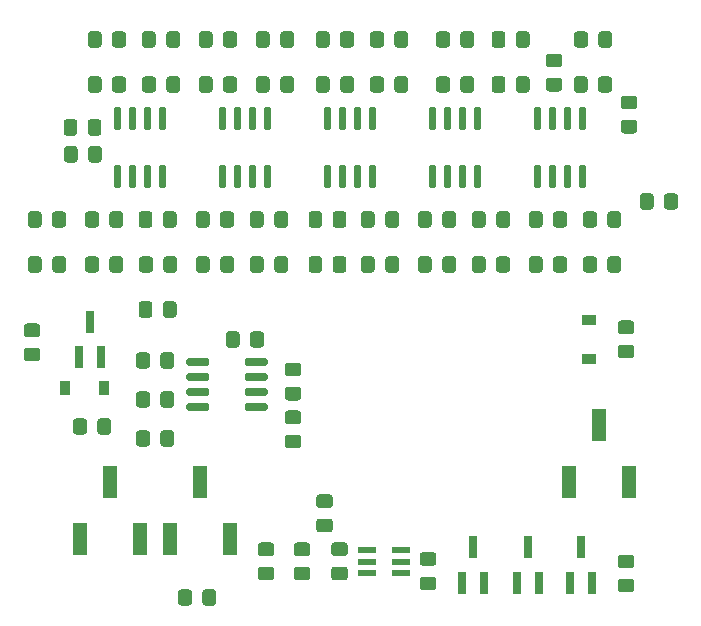
<source format=gbr>
G04 #@! TF.GenerationSoftware,KiCad,Pcbnew,5.1.6-c6e7f7d~87~ubuntu18.04.1*
G04 #@! TF.CreationDate,2020-07-17T09:27:03-04:00*
G04 #@! TF.ProjectId,optical_phasor_plug_in_board,6f707469-6361-46c5-9f70-6861736f725f,1.1*
G04 #@! TF.SameCoordinates,Original*
G04 #@! TF.FileFunction,Paste,Top*
G04 #@! TF.FilePolarity,Positive*
%FSLAX46Y46*%
G04 Gerber Fmt 4.6, Leading zero omitted, Abs format (unit mm)*
G04 Created by KiCad (PCBNEW 5.1.6-c6e7f7d~87~ubuntu18.04.1) date 2020-07-17 09:27:03*
%MOMM*%
%LPD*%
G01*
G04 APERTURE LIST*
%ADD10R,1.500000X0.550000*%
%ADD11R,0.800000X1.900000*%
%ADD12R,1.190000X2.790000*%
%ADD13R,0.900000X1.200000*%
%ADD14R,1.200000X0.900000*%
G04 APERTURE END LIST*
D10*
X147464000Y-113472000D03*
X147464000Y-112522000D03*
X147464000Y-111572000D03*
X150364000Y-111572000D03*
X150364000Y-112522000D03*
X150364000Y-113472000D03*
D11*
X165608000Y-111300000D03*
X166558000Y-114300000D03*
X164658000Y-114300000D03*
X161102000Y-111300000D03*
X162052000Y-114300000D03*
X160152000Y-114300000D03*
X156464000Y-111300000D03*
X157414000Y-114300000D03*
X155514000Y-114300000D03*
X124018000Y-92210000D03*
X124968000Y-95210000D03*
X123068000Y-95210000D03*
D12*
X169672000Y-105793000D03*
X167132000Y-100963000D03*
X164592000Y-105793000D03*
G36*
G01*
X165585000Y-78970000D02*
X165885000Y-78970000D01*
G75*
G02*
X166035000Y-79120000I0J-150000D01*
G01*
X166035000Y-80770000D01*
G75*
G02*
X165885000Y-80920000I-150000J0D01*
G01*
X165585000Y-80920000D01*
G75*
G02*
X165435000Y-80770000I0J150000D01*
G01*
X165435000Y-79120000D01*
G75*
G02*
X165585000Y-78970000I150000J0D01*
G01*
G37*
G36*
G01*
X164315000Y-78970000D02*
X164615000Y-78970000D01*
G75*
G02*
X164765000Y-79120000I0J-150000D01*
G01*
X164765000Y-80770000D01*
G75*
G02*
X164615000Y-80920000I-150000J0D01*
G01*
X164315000Y-80920000D01*
G75*
G02*
X164165000Y-80770000I0J150000D01*
G01*
X164165000Y-79120000D01*
G75*
G02*
X164315000Y-78970000I150000J0D01*
G01*
G37*
G36*
G01*
X163045000Y-78970000D02*
X163345000Y-78970000D01*
G75*
G02*
X163495000Y-79120000I0J-150000D01*
G01*
X163495000Y-80770000D01*
G75*
G02*
X163345000Y-80920000I-150000J0D01*
G01*
X163045000Y-80920000D01*
G75*
G02*
X162895000Y-80770000I0J150000D01*
G01*
X162895000Y-79120000D01*
G75*
G02*
X163045000Y-78970000I150000J0D01*
G01*
G37*
G36*
G01*
X161775000Y-78970000D02*
X162075000Y-78970000D01*
G75*
G02*
X162225000Y-79120000I0J-150000D01*
G01*
X162225000Y-80770000D01*
G75*
G02*
X162075000Y-80920000I-150000J0D01*
G01*
X161775000Y-80920000D01*
G75*
G02*
X161625000Y-80770000I0J150000D01*
G01*
X161625000Y-79120000D01*
G75*
G02*
X161775000Y-78970000I150000J0D01*
G01*
G37*
G36*
G01*
X161775000Y-74020000D02*
X162075000Y-74020000D01*
G75*
G02*
X162225000Y-74170000I0J-150000D01*
G01*
X162225000Y-75820000D01*
G75*
G02*
X162075000Y-75970000I-150000J0D01*
G01*
X161775000Y-75970000D01*
G75*
G02*
X161625000Y-75820000I0J150000D01*
G01*
X161625000Y-74170000D01*
G75*
G02*
X161775000Y-74020000I150000J0D01*
G01*
G37*
G36*
G01*
X163045000Y-74020000D02*
X163345000Y-74020000D01*
G75*
G02*
X163495000Y-74170000I0J-150000D01*
G01*
X163495000Y-75820000D01*
G75*
G02*
X163345000Y-75970000I-150000J0D01*
G01*
X163045000Y-75970000D01*
G75*
G02*
X162895000Y-75820000I0J150000D01*
G01*
X162895000Y-74170000D01*
G75*
G02*
X163045000Y-74020000I150000J0D01*
G01*
G37*
G36*
G01*
X164315000Y-74020000D02*
X164615000Y-74020000D01*
G75*
G02*
X164765000Y-74170000I0J-150000D01*
G01*
X164765000Y-75820000D01*
G75*
G02*
X164615000Y-75970000I-150000J0D01*
G01*
X164315000Y-75970000D01*
G75*
G02*
X164165000Y-75820000I0J150000D01*
G01*
X164165000Y-74170000D01*
G75*
G02*
X164315000Y-74020000I150000J0D01*
G01*
G37*
G36*
G01*
X165585000Y-74020000D02*
X165885000Y-74020000D01*
G75*
G02*
X166035000Y-74170000I0J-150000D01*
G01*
X166035000Y-75820000D01*
G75*
G02*
X165885000Y-75970000I-150000J0D01*
G01*
X165585000Y-75970000D01*
G75*
G02*
X165435000Y-75820000I0J150000D01*
G01*
X165435000Y-74170000D01*
G75*
G02*
X165585000Y-74020000I150000J0D01*
G01*
G37*
X135890000Y-110619000D03*
X133350000Y-105789000D03*
X130810000Y-110619000D03*
X128270000Y-110619000D03*
X125730000Y-105789000D03*
X123190000Y-110619000D03*
G36*
G01*
X166165000Y-71685999D02*
X166165000Y-72586001D01*
G75*
G02*
X165915001Y-72836000I-249999J0D01*
G01*
X165264999Y-72836000D01*
G75*
G02*
X165015000Y-72586001I0J249999D01*
G01*
X165015000Y-71685999D01*
G75*
G02*
X165264999Y-71436000I249999J0D01*
G01*
X165915001Y-71436000D01*
G75*
G02*
X166165000Y-71685999I0J-249999D01*
G01*
G37*
G36*
G01*
X168215000Y-71685999D02*
X168215000Y-72586001D01*
G75*
G02*
X167965001Y-72836000I-249999J0D01*
G01*
X167314999Y-72836000D01*
G75*
G02*
X167065000Y-72586001I0J249999D01*
G01*
X167065000Y-71685999D01*
G75*
G02*
X167314999Y-71436000I249999J0D01*
G01*
X167965001Y-71436000D01*
G75*
G02*
X168215000Y-71685999I0J-249999D01*
G01*
G37*
G36*
G01*
X162871999Y-71579000D02*
X163772001Y-71579000D01*
G75*
G02*
X164022000Y-71828999I0J-249999D01*
G01*
X164022000Y-72479001D01*
G75*
G02*
X163772001Y-72729000I-249999J0D01*
G01*
X162871999Y-72729000D01*
G75*
G02*
X162622000Y-72479001I0J249999D01*
G01*
X162622000Y-71828999D01*
G75*
G02*
X162871999Y-71579000I249999J0D01*
G01*
G37*
G36*
G01*
X162871999Y-69529000D02*
X163772001Y-69529000D01*
G75*
G02*
X164022000Y-69778999I0J-249999D01*
G01*
X164022000Y-70429001D01*
G75*
G02*
X163772001Y-70679000I-249999J0D01*
G01*
X162871999Y-70679000D01*
G75*
G02*
X162622000Y-70429001I0J249999D01*
G01*
X162622000Y-69778999D01*
G75*
G02*
X162871999Y-69529000I249999J0D01*
G01*
G37*
G36*
G01*
X167845000Y-87826001D02*
X167845000Y-86925999D01*
G75*
G02*
X168094999Y-86676000I249999J0D01*
G01*
X168745001Y-86676000D01*
G75*
G02*
X168995000Y-86925999I0J-249999D01*
G01*
X168995000Y-87826001D01*
G75*
G02*
X168745001Y-88076000I-249999J0D01*
G01*
X168094999Y-88076000D01*
G75*
G02*
X167845000Y-87826001I0J249999D01*
G01*
G37*
G36*
G01*
X165795000Y-87826001D02*
X165795000Y-86925999D01*
G75*
G02*
X166044999Y-86676000I249999J0D01*
G01*
X166695001Y-86676000D01*
G75*
G02*
X166945000Y-86925999I0J-249999D01*
G01*
X166945000Y-87826001D01*
G75*
G02*
X166695001Y-88076000I-249999J0D01*
G01*
X166044999Y-88076000D01*
G75*
G02*
X165795000Y-87826001I0J249999D01*
G01*
G37*
G36*
G01*
X163255000Y-87826001D02*
X163255000Y-86925999D01*
G75*
G02*
X163504999Y-86676000I249999J0D01*
G01*
X164155001Y-86676000D01*
G75*
G02*
X164405000Y-86925999I0J-249999D01*
G01*
X164405000Y-87826001D01*
G75*
G02*
X164155001Y-88076000I-249999J0D01*
G01*
X163504999Y-88076000D01*
G75*
G02*
X163255000Y-87826001I0J249999D01*
G01*
G37*
G36*
G01*
X161205000Y-87826001D02*
X161205000Y-86925999D01*
G75*
G02*
X161454999Y-86676000I249999J0D01*
G01*
X162105001Y-86676000D01*
G75*
G02*
X162355000Y-86925999I0J-249999D01*
G01*
X162355000Y-87826001D01*
G75*
G02*
X162105001Y-88076000I-249999J0D01*
G01*
X161454999Y-88076000D01*
G75*
G02*
X161205000Y-87826001I0J249999D01*
G01*
G37*
G36*
G01*
X169868001Y-113088000D02*
X168967999Y-113088000D01*
G75*
G02*
X168718000Y-112838001I0J249999D01*
G01*
X168718000Y-112187999D01*
G75*
G02*
X168967999Y-111938000I249999J0D01*
G01*
X169868001Y-111938000D01*
G75*
G02*
X170118000Y-112187999I0J-249999D01*
G01*
X170118000Y-112838001D01*
G75*
G02*
X169868001Y-113088000I-249999J0D01*
G01*
G37*
G36*
G01*
X169868001Y-115138000D02*
X168967999Y-115138000D01*
G75*
G02*
X168718000Y-114888001I0J249999D01*
G01*
X168718000Y-114237999D01*
G75*
G02*
X168967999Y-113988000I249999J0D01*
G01*
X169868001Y-113988000D01*
G75*
G02*
X170118000Y-114237999I0J-249999D01*
G01*
X170118000Y-114888001D01*
G75*
G02*
X169868001Y-115138000I-249999J0D01*
G01*
G37*
G36*
G01*
X129099000Y-95053999D02*
X129099000Y-95954001D01*
G75*
G02*
X128849001Y-96204000I-249999J0D01*
G01*
X128198999Y-96204000D01*
G75*
G02*
X127949000Y-95954001I0J249999D01*
G01*
X127949000Y-95053999D01*
G75*
G02*
X128198999Y-94804000I249999J0D01*
G01*
X128849001Y-94804000D01*
G75*
G02*
X129099000Y-95053999I0J-249999D01*
G01*
G37*
G36*
G01*
X131149000Y-95053999D02*
X131149000Y-95954001D01*
G75*
G02*
X130899001Y-96204000I-249999J0D01*
G01*
X130248999Y-96204000D01*
G75*
G02*
X129999000Y-95954001I0J249999D01*
G01*
X129999000Y-95053999D01*
G75*
G02*
X130248999Y-94804000I249999J0D01*
G01*
X130899001Y-94804000D01*
G75*
G02*
X131149000Y-95053999I0J-249999D01*
G01*
G37*
G36*
G01*
X166945000Y-83115999D02*
X166945000Y-84016001D01*
G75*
G02*
X166695001Y-84266000I-249999J0D01*
G01*
X166044999Y-84266000D01*
G75*
G02*
X165795000Y-84016001I0J249999D01*
G01*
X165795000Y-83115999D01*
G75*
G02*
X166044999Y-82866000I249999J0D01*
G01*
X166695001Y-82866000D01*
G75*
G02*
X166945000Y-83115999I0J-249999D01*
G01*
G37*
G36*
G01*
X168995000Y-83115999D02*
X168995000Y-84016001D01*
G75*
G02*
X168745001Y-84266000I-249999J0D01*
G01*
X168094999Y-84266000D01*
G75*
G02*
X167845000Y-84016001I0J249999D01*
G01*
X167845000Y-83115999D01*
G75*
G02*
X168094999Y-82866000I249999J0D01*
G01*
X168745001Y-82866000D01*
G75*
G02*
X168995000Y-83115999I0J-249999D01*
G01*
G37*
G36*
G01*
X166183000Y-67875999D02*
X166183000Y-68776001D01*
G75*
G02*
X165933001Y-69026000I-249999J0D01*
G01*
X165282999Y-69026000D01*
G75*
G02*
X165033000Y-68776001I0J249999D01*
G01*
X165033000Y-67875999D01*
G75*
G02*
X165282999Y-67626000I249999J0D01*
G01*
X165933001Y-67626000D01*
G75*
G02*
X166183000Y-67875999I0J-249999D01*
G01*
G37*
G36*
G01*
X168233000Y-67875999D02*
X168233000Y-68776001D01*
G75*
G02*
X167983001Y-69026000I-249999J0D01*
G01*
X167332999Y-69026000D01*
G75*
G02*
X167083000Y-68776001I0J249999D01*
G01*
X167083000Y-67875999D01*
G75*
G02*
X167332999Y-67626000I249999J0D01*
G01*
X167983001Y-67626000D01*
G75*
G02*
X168233000Y-67875999I0J-249999D01*
G01*
G37*
G36*
G01*
X162355000Y-83115999D02*
X162355000Y-84016001D01*
G75*
G02*
X162105001Y-84266000I-249999J0D01*
G01*
X161454999Y-84266000D01*
G75*
G02*
X161205000Y-84016001I0J249999D01*
G01*
X161205000Y-83115999D01*
G75*
G02*
X161454999Y-82866000I249999J0D01*
G01*
X162105001Y-82866000D01*
G75*
G02*
X162355000Y-83115999I0J-249999D01*
G01*
G37*
G36*
G01*
X164405000Y-83115999D02*
X164405000Y-84016001D01*
G75*
G02*
X164155001Y-84266000I-249999J0D01*
G01*
X163504999Y-84266000D01*
G75*
G02*
X163255000Y-84016001I0J249999D01*
G01*
X163255000Y-83115999D01*
G75*
G02*
X163504999Y-82866000I249999J0D01*
G01*
X164155001Y-82866000D01*
G75*
G02*
X164405000Y-83115999I0J-249999D01*
G01*
G37*
G36*
G01*
X159579000Y-86925999D02*
X159579000Y-87826001D01*
G75*
G02*
X159329001Y-88076000I-249999J0D01*
G01*
X158678999Y-88076000D01*
G75*
G02*
X158429000Y-87826001I0J249999D01*
G01*
X158429000Y-86925999D01*
G75*
G02*
X158678999Y-86676000I249999J0D01*
G01*
X159329001Y-86676000D01*
G75*
G02*
X159579000Y-86925999I0J-249999D01*
G01*
G37*
G36*
G01*
X157529000Y-86925999D02*
X157529000Y-87826001D01*
G75*
G02*
X157279001Y-88076000I-249999J0D01*
G01*
X156628999Y-88076000D01*
G75*
G02*
X156379000Y-87826001I0J249999D01*
G01*
X156379000Y-86925999D01*
G75*
G02*
X156628999Y-86676000I249999J0D01*
G01*
X157279001Y-86676000D01*
G75*
G02*
X157529000Y-86925999I0J-249999D01*
G01*
G37*
G36*
G01*
X154499000Y-67875999D02*
X154499000Y-68776001D01*
G75*
G02*
X154249001Y-69026000I-249999J0D01*
G01*
X153598999Y-69026000D01*
G75*
G02*
X153349000Y-68776001I0J249999D01*
G01*
X153349000Y-67875999D01*
G75*
G02*
X153598999Y-67626000I249999J0D01*
G01*
X154249001Y-67626000D01*
G75*
G02*
X154499000Y-67875999I0J-249999D01*
G01*
G37*
G36*
G01*
X156549000Y-67875999D02*
X156549000Y-68776001D01*
G75*
G02*
X156299001Y-69026000I-249999J0D01*
G01*
X155648999Y-69026000D01*
G75*
G02*
X155399000Y-68776001I0J249999D01*
G01*
X155399000Y-67875999D01*
G75*
G02*
X155648999Y-67626000I249999J0D01*
G01*
X156299001Y-67626000D01*
G75*
G02*
X156549000Y-67875999I0J-249999D01*
G01*
G37*
G36*
G01*
X156388000Y-84016001D02*
X156388000Y-83115999D01*
G75*
G02*
X156637999Y-82866000I249999J0D01*
G01*
X157288001Y-82866000D01*
G75*
G02*
X157538000Y-83115999I0J-249999D01*
G01*
X157538000Y-84016001D01*
G75*
G02*
X157288001Y-84266000I-249999J0D01*
G01*
X156637999Y-84266000D01*
G75*
G02*
X156388000Y-84016001I0J249999D01*
G01*
G37*
G36*
G01*
X158438000Y-84016001D02*
X158438000Y-83115999D01*
G75*
G02*
X158687999Y-82866000I249999J0D01*
G01*
X159338001Y-82866000D01*
G75*
G02*
X159588000Y-83115999I0J-249999D01*
G01*
X159588000Y-84016001D01*
G75*
G02*
X159338001Y-84266000I-249999J0D01*
G01*
X158687999Y-84266000D01*
G75*
G02*
X158438000Y-84016001I0J249999D01*
G01*
G37*
G36*
G01*
X153349000Y-72586001D02*
X153349000Y-71685999D01*
G75*
G02*
X153598999Y-71436000I249999J0D01*
G01*
X154249001Y-71436000D01*
G75*
G02*
X154499000Y-71685999I0J-249999D01*
G01*
X154499000Y-72586001D01*
G75*
G02*
X154249001Y-72836000I-249999J0D01*
G01*
X153598999Y-72836000D01*
G75*
G02*
X153349000Y-72586001I0J249999D01*
G01*
G37*
G36*
G01*
X155399000Y-72586001D02*
X155399000Y-71685999D01*
G75*
G02*
X155648999Y-71436000I249999J0D01*
G01*
X156299001Y-71436000D01*
G75*
G02*
X156549000Y-71685999I0J-249999D01*
G01*
X156549000Y-72586001D01*
G75*
G02*
X156299001Y-72836000I-249999J0D01*
G01*
X155648999Y-72836000D01*
G75*
G02*
X155399000Y-72586001I0J249999D01*
G01*
G37*
G36*
G01*
X152966000Y-86925999D02*
X152966000Y-87826001D01*
G75*
G02*
X152716001Y-88076000I-249999J0D01*
G01*
X152065999Y-88076000D01*
G75*
G02*
X151816000Y-87826001I0J249999D01*
G01*
X151816000Y-86925999D01*
G75*
G02*
X152065999Y-86676000I249999J0D01*
G01*
X152716001Y-86676000D01*
G75*
G02*
X152966000Y-86925999I0J-249999D01*
G01*
G37*
G36*
G01*
X155016000Y-86925999D02*
X155016000Y-87826001D01*
G75*
G02*
X154766001Y-88076000I-249999J0D01*
G01*
X154115999Y-88076000D01*
G75*
G02*
X153866000Y-87826001I0J249999D01*
G01*
X153866000Y-86925999D01*
G75*
G02*
X154115999Y-86676000I249999J0D01*
G01*
X154766001Y-86676000D01*
G75*
G02*
X155016000Y-86925999I0J-249999D01*
G01*
G37*
G36*
G01*
X161248000Y-71685999D02*
X161248000Y-72586001D01*
G75*
G02*
X160998001Y-72836000I-249999J0D01*
G01*
X160347999Y-72836000D01*
G75*
G02*
X160098000Y-72586001I0J249999D01*
G01*
X160098000Y-71685999D01*
G75*
G02*
X160347999Y-71436000I249999J0D01*
G01*
X160998001Y-71436000D01*
G75*
G02*
X161248000Y-71685999I0J-249999D01*
G01*
G37*
G36*
G01*
X159198000Y-71685999D02*
X159198000Y-72586001D01*
G75*
G02*
X158948001Y-72836000I-249999J0D01*
G01*
X158297999Y-72836000D01*
G75*
G02*
X158048000Y-72586001I0J249999D01*
G01*
X158048000Y-71685999D01*
G75*
G02*
X158297999Y-71436000I249999J0D01*
G01*
X158948001Y-71436000D01*
G75*
G02*
X159198000Y-71685999I0J-249999D01*
G01*
G37*
G36*
G01*
X152966000Y-83115999D02*
X152966000Y-84016001D01*
G75*
G02*
X152716001Y-84266000I-249999J0D01*
G01*
X152065999Y-84266000D01*
G75*
G02*
X151816000Y-84016001I0J249999D01*
G01*
X151816000Y-83115999D01*
G75*
G02*
X152065999Y-82866000I249999J0D01*
G01*
X152716001Y-82866000D01*
G75*
G02*
X152966000Y-83115999I0J-249999D01*
G01*
G37*
G36*
G01*
X155016000Y-83115999D02*
X155016000Y-84016001D01*
G75*
G02*
X154766001Y-84266000I-249999J0D01*
G01*
X154115999Y-84266000D01*
G75*
G02*
X153866000Y-84016001I0J249999D01*
G01*
X153866000Y-83115999D01*
G75*
G02*
X154115999Y-82866000I249999J0D01*
G01*
X154766001Y-82866000D01*
G75*
G02*
X155016000Y-83115999I0J-249999D01*
G01*
G37*
G36*
G01*
X160098000Y-68776001D02*
X160098000Y-67875999D01*
G75*
G02*
X160347999Y-67626000I249999J0D01*
G01*
X160998001Y-67626000D01*
G75*
G02*
X161248000Y-67875999I0J-249999D01*
G01*
X161248000Y-68776001D01*
G75*
G02*
X160998001Y-69026000I-249999J0D01*
G01*
X160347999Y-69026000D01*
G75*
G02*
X160098000Y-68776001I0J249999D01*
G01*
G37*
G36*
G01*
X158048000Y-68776001D02*
X158048000Y-67875999D01*
G75*
G02*
X158297999Y-67626000I249999J0D01*
G01*
X158948001Y-67626000D01*
G75*
G02*
X159198000Y-67875999I0J-249999D01*
G01*
X159198000Y-68776001D01*
G75*
G02*
X158948001Y-69026000I-249999J0D01*
G01*
X158297999Y-69026000D01*
G75*
G02*
X158048000Y-68776001I0J249999D01*
G01*
G37*
G36*
G01*
X156695000Y-78970000D02*
X156995000Y-78970000D01*
G75*
G02*
X157145000Y-79120000I0J-150000D01*
G01*
X157145000Y-80770000D01*
G75*
G02*
X156995000Y-80920000I-150000J0D01*
G01*
X156695000Y-80920000D01*
G75*
G02*
X156545000Y-80770000I0J150000D01*
G01*
X156545000Y-79120000D01*
G75*
G02*
X156695000Y-78970000I150000J0D01*
G01*
G37*
G36*
G01*
X155425000Y-78970000D02*
X155725000Y-78970000D01*
G75*
G02*
X155875000Y-79120000I0J-150000D01*
G01*
X155875000Y-80770000D01*
G75*
G02*
X155725000Y-80920000I-150000J0D01*
G01*
X155425000Y-80920000D01*
G75*
G02*
X155275000Y-80770000I0J150000D01*
G01*
X155275000Y-79120000D01*
G75*
G02*
X155425000Y-78970000I150000J0D01*
G01*
G37*
G36*
G01*
X154155000Y-78970000D02*
X154455000Y-78970000D01*
G75*
G02*
X154605000Y-79120000I0J-150000D01*
G01*
X154605000Y-80770000D01*
G75*
G02*
X154455000Y-80920000I-150000J0D01*
G01*
X154155000Y-80920000D01*
G75*
G02*
X154005000Y-80770000I0J150000D01*
G01*
X154005000Y-79120000D01*
G75*
G02*
X154155000Y-78970000I150000J0D01*
G01*
G37*
G36*
G01*
X152885000Y-78970000D02*
X153185000Y-78970000D01*
G75*
G02*
X153335000Y-79120000I0J-150000D01*
G01*
X153335000Y-80770000D01*
G75*
G02*
X153185000Y-80920000I-150000J0D01*
G01*
X152885000Y-80920000D01*
G75*
G02*
X152735000Y-80770000I0J150000D01*
G01*
X152735000Y-79120000D01*
G75*
G02*
X152885000Y-78970000I150000J0D01*
G01*
G37*
G36*
G01*
X152885000Y-74020000D02*
X153185000Y-74020000D01*
G75*
G02*
X153335000Y-74170000I0J-150000D01*
G01*
X153335000Y-75820000D01*
G75*
G02*
X153185000Y-75970000I-150000J0D01*
G01*
X152885000Y-75970000D01*
G75*
G02*
X152735000Y-75820000I0J150000D01*
G01*
X152735000Y-74170000D01*
G75*
G02*
X152885000Y-74020000I150000J0D01*
G01*
G37*
G36*
G01*
X154155000Y-74020000D02*
X154455000Y-74020000D01*
G75*
G02*
X154605000Y-74170000I0J-150000D01*
G01*
X154605000Y-75820000D01*
G75*
G02*
X154455000Y-75970000I-150000J0D01*
G01*
X154155000Y-75970000D01*
G75*
G02*
X154005000Y-75820000I0J150000D01*
G01*
X154005000Y-74170000D01*
G75*
G02*
X154155000Y-74020000I150000J0D01*
G01*
G37*
G36*
G01*
X155425000Y-74020000D02*
X155725000Y-74020000D01*
G75*
G02*
X155875000Y-74170000I0J-150000D01*
G01*
X155875000Y-75820000D01*
G75*
G02*
X155725000Y-75970000I-150000J0D01*
G01*
X155425000Y-75970000D01*
G75*
G02*
X155275000Y-75820000I0J150000D01*
G01*
X155275000Y-74170000D01*
G75*
G02*
X155425000Y-74020000I150000J0D01*
G01*
G37*
G36*
G01*
X156695000Y-74020000D02*
X156995000Y-74020000D01*
G75*
G02*
X157145000Y-74170000I0J-150000D01*
G01*
X157145000Y-75820000D01*
G75*
G02*
X156995000Y-75970000I-150000J0D01*
G01*
X156695000Y-75970000D01*
G75*
G02*
X156545000Y-75820000I0J150000D01*
G01*
X156545000Y-74170000D01*
G75*
G02*
X156695000Y-74020000I150000J0D01*
G01*
G37*
G36*
G01*
X118796000Y-87826001D02*
X118796000Y-86925999D01*
G75*
G02*
X119045999Y-86676000I249999J0D01*
G01*
X119696001Y-86676000D01*
G75*
G02*
X119946000Y-86925999I0J-249999D01*
G01*
X119946000Y-87826001D01*
G75*
G02*
X119696001Y-88076000I-249999J0D01*
G01*
X119045999Y-88076000D01*
G75*
G02*
X118796000Y-87826001I0J249999D01*
G01*
G37*
G36*
G01*
X120846000Y-87826001D02*
X120846000Y-86925999D01*
G75*
G02*
X121095999Y-86676000I249999J0D01*
G01*
X121746001Y-86676000D01*
G75*
G02*
X121996000Y-86925999I0J-249999D01*
G01*
X121996000Y-87826001D01*
G75*
G02*
X121746001Y-88076000I-249999J0D01*
G01*
X121095999Y-88076000D01*
G75*
G02*
X120846000Y-87826001I0J249999D01*
G01*
G37*
G36*
G01*
X130025000Y-74020000D02*
X130325000Y-74020000D01*
G75*
G02*
X130475000Y-74170000I0J-150000D01*
G01*
X130475000Y-75820000D01*
G75*
G02*
X130325000Y-75970000I-150000J0D01*
G01*
X130025000Y-75970000D01*
G75*
G02*
X129875000Y-75820000I0J150000D01*
G01*
X129875000Y-74170000D01*
G75*
G02*
X130025000Y-74020000I150000J0D01*
G01*
G37*
G36*
G01*
X128755000Y-74020000D02*
X129055000Y-74020000D01*
G75*
G02*
X129205000Y-74170000I0J-150000D01*
G01*
X129205000Y-75820000D01*
G75*
G02*
X129055000Y-75970000I-150000J0D01*
G01*
X128755000Y-75970000D01*
G75*
G02*
X128605000Y-75820000I0J150000D01*
G01*
X128605000Y-74170000D01*
G75*
G02*
X128755000Y-74020000I150000J0D01*
G01*
G37*
G36*
G01*
X127485000Y-74020000D02*
X127785000Y-74020000D01*
G75*
G02*
X127935000Y-74170000I0J-150000D01*
G01*
X127935000Y-75820000D01*
G75*
G02*
X127785000Y-75970000I-150000J0D01*
G01*
X127485000Y-75970000D01*
G75*
G02*
X127335000Y-75820000I0J150000D01*
G01*
X127335000Y-74170000D01*
G75*
G02*
X127485000Y-74020000I150000J0D01*
G01*
G37*
G36*
G01*
X126215000Y-74020000D02*
X126515000Y-74020000D01*
G75*
G02*
X126665000Y-74170000I0J-150000D01*
G01*
X126665000Y-75820000D01*
G75*
G02*
X126515000Y-75970000I-150000J0D01*
G01*
X126215000Y-75970000D01*
G75*
G02*
X126065000Y-75820000I0J150000D01*
G01*
X126065000Y-74170000D01*
G75*
G02*
X126215000Y-74020000I150000J0D01*
G01*
G37*
G36*
G01*
X126215000Y-78970000D02*
X126515000Y-78970000D01*
G75*
G02*
X126665000Y-79120000I0J-150000D01*
G01*
X126665000Y-80770000D01*
G75*
G02*
X126515000Y-80920000I-150000J0D01*
G01*
X126215000Y-80920000D01*
G75*
G02*
X126065000Y-80770000I0J150000D01*
G01*
X126065000Y-79120000D01*
G75*
G02*
X126215000Y-78970000I150000J0D01*
G01*
G37*
G36*
G01*
X127485000Y-78970000D02*
X127785000Y-78970000D01*
G75*
G02*
X127935000Y-79120000I0J-150000D01*
G01*
X127935000Y-80770000D01*
G75*
G02*
X127785000Y-80920000I-150000J0D01*
G01*
X127485000Y-80920000D01*
G75*
G02*
X127335000Y-80770000I0J150000D01*
G01*
X127335000Y-79120000D01*
G75*
G02*
X127485000Y-78970000I150000J0D01*
G01*
G37*
G36*
G01*
X128755000Y-78970000D02*
X129055000Y-78970000D01*
G75*
G02*
X129205000Y-79120000I0J-150000D01*
G01*
X129205000Y-80770000D01*
G75*
G02*
X129055000Y-80920000I-150000J0D01*
G01*
X128755000Y-80920000D01*
G75*
G02*
X128605000Y-80770000I0J150000D01*
G01*
X128605000Y-79120000D01*
G75*
G02*
X128755000Y-78970000I150000J0D01*
G01*
G37*
G36*
G01*
X130025000Y-78970000D02*
X130325000Y-78970000D01*
G75*
G02*
X130475000Y-79120000I0J-150000D01*
G01*
X130475000Y-80770000D01*
G75*
G02*
X130325000Y-80920000I-150000J0D01*
G01*
X130025000Y-80920000D01*
G75*
G02*
X129875000Y-80770000I0J150000D01*
G01*
X129875000Y-79120000D01*
G75*
G02*
X130025000Y-78970000I150000J0D01*
G01*
G37*
G36*
G01*
X138915000Y-74020000D02*
X139215000Y-74020000D01*
G75*
G02*
X139365000Y-74170000I0J-150000D01*
G01*
X139365000Y-75820000D01*
G75*
G02*
X139215000Y-75970000I-150000J0D01*
G01*
X138915000Y-75970000D01*
G75*
G02*
X138765000Y-75820000I0J150000D01*
G01*
X138765000Y-74170000D01*
G75*
G02*
X138915000Y-74020000I150000J0D01*
G01*
G37*
G36*
G01*
X137645000Y-74020000D02*
X137945000Y-74020000D01*
G75*
G02*
X138095000Y-74170000I0J-150000D01*
G01*
X138095000Y-75820000D01*
G75*
G02*
X137945000Y-75970000I-150000J0D01*
G01*
X137645000Y-75970000D01*
G75*
G02*
X137495000Y-75820000I0J150000D01*
G01*
X137495000Y-74170000D01*
G75*
G02*
X137645000Y-74020000I150000J0D01*
G01*
G37*
G36*
G01*
X136375000Y-74020000D02*
X136675000Y-74020000D01*
G75*
G02*
X136825000Y-74170000I0J-150000D01*
G01*
X136825000Y-75820000D01*
G75*
G02*
X136675000Y-75970000I-150000J0D01*
G01*
X136375000Y-75970000D01*
G75*
G02*
X136225000Y-75820000I0J150000D01*
G01*
X136225000Y-74170000D01*
G75*
G02*
X136375000Y-74020000I150000J0D01*
G01*
G37*
G36*
G01*
X135105000Y-74020000D02*
X135405000Y-74020000D01*
G75*
G02*
X135555000Y-74170000I0J-150000D01*
G01*
X135555000Y-75820000D01*
G75*
G02*
X135405000Y-75970000I-150000J0D01*
G01*
X135105000Y-75970000D01*
G75*
G02*
X134955000Y-75820000I0J150000D01*
G01*
X134955000Y-74170000D01*
G75*
G02*
X135105000Y-74020000I150000J0D01*
G01*
G37*
G36*
G01*
X135105000Y-78970000D02*
X135405000Y-78970000D01*
G75*
G02*
X135555000Y-79120000I0J-150000D01*
G01*
X135555000Y-80770000D01*
G75*
G02*
X135405000Y-80920000I-150000J0D01*
G01*
X135105000Y-80920000D01*
G75*
G02*
X134955000Y-80770000I0J150000D01*
G01*
X134955000Y-79120000D01*
G75*
G02*
X135105000Y-78970000I150000J0D01*
G01*
G37*
G36*
G01*
X136375000Y-78970000D02*
X136675000Y-78970000D01*
G75*
G02*
X136825000Y-79120000I0J-150000D01*
G01*
X136825000Y-80770000D01*
G75*
G02*
X136675000Y-80920000I-150000J0D01*
G01*
X136375000Y-80920000D01*
G75*
G02*
X136225000Y-80770000I0J150000D01*
G01*
X136225000Y-79120000D01*
G75*
G02*
X136375000Y-78970000I150000J0D01*
G01*
G37*
G36*
G01*
X137645000Y-78970000D02*
X137945000Y-78970000D01*
G75*
G02*
X138095000Y-79120000I0J-150000D01*
G01*
X138095000Y-80770000D01*
G75*
G02*
X137945000Y-80920000I-150000J0D01*
G01*
X137645000Y-80920000D01*
G75*
G02*
X137495000Y-80770000I0J150000D01*
G01*
X137495000Y-79120000D01*
G75*
G02*
X137645000Y-78970000I150000J0D01*
G01*
G37*
G36*
G01*
X138915000Y-78970000D02*
X139215000Y-78970000D01*
G75*
G02*
X139365000Y-79120000I0J-150000D01*
G01*
X139365000Y-80770000D01*
G75*
G02*
X139215000Y-80920000I-150000J0D01*
G01*
X138915000Y-80920000D01*
G75*
G02*
X138765000Y-80770000I0J150000D01*
G01*
X138765000Y-79120000D01*
G75*
G02*
X138915000Y-78970000I150000J0D01*
G01*
G37*
G36*
G01*
X147805000Y-74020000D02*
X148105000Y-74020000D01*
G75*
G02*
X148255000Y-74170000I0J-150000D01*
G01*
X148255000Y-75820000D01*
G75*
G02*
X148105000Y-75970000I-150000J0D01*
G01*
X147805000Y-75970000D01*
G75*
G02*
X147655000Y-75820000I0J150000D01*
G01*
X147655000Y-74170000D01*
G75*
G02*
X147805000Y-74020000I150000J0D01*
G01*
G37*
G36*
G01*
X146535000Y-74020000D02*
X146835000Y-74020000D01*
G75*
G02*
X146985000Y-74170000I0J-150000D01*
G01*
X146985000Y-75820000D01*
G75*
G02*
X146835000Y-75970000I-150000J0D01*
G01*
X146535000Y-75970000D01*
G75*
G02*
X146385000Y-75820000I0J150000D01*
G01*
X146385000Y-74170000D01*
G75*
G02*
X146535000Y-74020000I150000J0D01*
G01*
G37*
G36*
G01*
X145265000Y-74020000D02*
X145565000Y-74020000D01*
G75*
G02*
X145715000Y-74170000I0J-150000D01*
G01*
X145715000Y-75820000D01*
G75*
G02*
X145565000Y-75970000I-150000J0D01*
G01*
X145265000Y-75970000D01*
G75*
G02*
X145115000Y-75820000I0J150000D01*
G01*
X145115000Y-74170000D01*
G75*
G02*
X145265000Y-74020000I150000J0D01*
G01*
G37*
G36*
G01*
X143995000Y-74020000D02*
X144295000Y-74020000D01*
G75*
G02*
X144445000Y-74170000I0J-150000D01*
G01*
X144445000Y-75820000D01*
G75*
G02*
X144295000Y-75970000I-150000J0D01*
G01*
X143995000Y-75970000D01*
G75*
G02*
X143845000Y-75820000I0J150000D01*
G01*
X143845000Y-74170000D01*
G75*
G02*
X143995000Y-74020000I150000J0D01*
G01*
G37*
G36*
G01*
X143995000Y-78970000D02*
X144295000Y-78970000D01*
G75*
G02*
X144445000Y-79120000I0J-150000D01*
G01*
X144445000Y-80770000D01*
G75*
G02*
X144295000Y-80920000I-150000J0D01*
G01*
X143995000Y-80920000D01*
G75*
G02*
X143845000Y-80770000I0J150000D01*
G01*
X143845000Y-79120000D01*
G75*
G02*
X143995000Y-78970000I150000J0D01*
G01*
G37*
G36*
G01*
X145265000Y-78970000D02*
X145565000Y-78970000D01*
G75*
G02*
X145715000Y-79120000I0J-150000D01*
G01*
X145715000Y-80770000D01*
G75*
G02*
X145565000Y-80920000I-150000J0D01*
G01*
X145265000Y-80920000D01*
G75*
G02*
X145115000Y-80770000I0J150000D01*
G01*
X145115000Y-79120000D01*
G75*
G02*
X145265000Y-78970000I150000J0D01*
G01*
G37*
G36*
G01*
X146535000Y-78970000D02*
X146835000Y-78970000D01*
G75*
G02*
X146985000Y-79120000I0J-150000D01*
G01*
X146985000Y-80770000D01*
G75*
G02*
X146835000Y-80920000I-150000J0D01*
G01*
X146535000Y-80920000D01*
G75*
G02*
X146385000Y-80770000I0J150000D01*
G01*
X146385000Y-79120000D01*
G75*
G02*
X146535000Y-78970000I150000J0D01*
G01*
G37*
G36*
G01*
X147805000Y-78970000D02*
X148105000Y-78970000D01*
G75*
G02*
X148255000Y-79120000I0J-150000D01*
G01*
X148255000Y-80770000D01*
G75*
G02*
X148105000Y-80920000I-150000J0D01*
G01*
X147805000Y-80920000D01*
G75*
G02*
X147655000Y-80770000I0J150000D01*
G01*
X147655000Y-79120000D01*
G75*
G02*
X147805000Y-78970000I150000J0D01*
G01*
G37*
G36*
G01*
X137136000Y-95781000D02*
X137136000Y-95481000D01*
G75*
G02*
X137286000Y-95331000I150000J0D01*
G01*
X138936000Y-95331000D01*
G75*
G02*
X139086000Y-95481000I0J-150000D01*
G01*
X139086000Y-95781000D01*
G75*
G02*
X138936000Y-95931000I-150000J0D01*
G01*
X137286000Y-95931000D01*
G75*
G02*
X137136000Y-95781000I0J150000D01*
G01*
G37*
G36*
G01*
X137136000Y-97051000D02*
X137136000Y-96751000D01*
G75*
G02*
X137286000Y-96601000I150000J0D01*
G01*
X138936000Y-96601000D01*
G75*
G02*
X139086000Y-96751000I0J-150000D01*
G01*
X139086000Y-97051000D01*
G75*
G02*
X138936000Y-97201000I-150000J0D01*
G01*
X137286000Y-97201000D01*
G75*
G02*
X137136000Y-97051000I0J150000D01*
G01*
G37*
G36*
G01*
X137136000Y-98321000D02*
X137136000Y-98021000D01*
G75*
G02*
X137286000Y-97871000I150000J0D01*
G01*
X138936000Y-97871000D01*
G75*
G02*
X139086000Y-98021000I0J-150000D01*
G01*
X139086000Y-98321000D01*
G75*
G02*
X138936000Y-98471000I-150000J0D01*
G01*
X137286000Y-98471000D01*
G75*
G02*
X137136000Y-98321000I0J150000D01*
G01*
G37*
G36*
G01*
X137136000Y-99591000D02*
X137136000Y-99291000D01*
G75*
G02*
X137286000Y-99141000I150000J0D01*
G01*
X138936000Y-99141000D01*
G75*
G02*
X139086000Y-99291000I0J-150000D01*
G01*
X139086000Y-99591000D01*
G75*
G02*
X138936000Y-99741000I-150000J0D01*
G01*
X137286000Y-99741000D01*
G75*
G02*
X137136000Y-99591000I0J150000D01*
G01*
G37*
G36*
G01*
X132186000Y-99591000D02*
X132186000Y-99291000D01*
G75*
G02*
X132336000Y-99141000I150000J0D01*
G01*
X133986000Y-99141000D01*
G75*
G02*
X134136000Y-99291000I0J-150000D01*
G01*
X134136000Y-99591000D01*
G75*
G02*
X133986000Y-99741000I-150000J0D01*
G01*
X132336000Y-99741000D01*
G75*
G02*
X132186000Y-99591000I0J150000D01*
G01*
G37*
G36*
G01*
X132186000Y-98321000D02*
X132186000Y-98021000D01*
G75*
G02*
X132336000Y-97871000I150000J0D01*
G01*
X133986000Y-97871000D01*
G75*
G02*
X134136000Y-98021000I0J-150000D01*
G01*
X134136000Y-98321000D01*
G75*
G02*
X133986000Y-98471000I-150000J0D01*
G01*
X132336000Y-98471000D01*
G75*
G02*
X132186000Y-98321000I0J150000D01*
G01*
G37*
G36*
G01*
X132186000Y-97051000D02*
X132186000Y-96751000D01*
G75*
G02*
X132336000Y-96601000I150000J0D01*
G01*
X133986000Y-96601000D01*
G75*
G02*
X134136000Y-96751000I0J-150000D01*
G01*
X134136000Y-97051000D01*
G75*
G02*
X133986000Y-97201000I-150000J0D01*
G01*
X132336000Y-97201000D01*
G75*
G02*
X132186000Y-97051000I0J150000D01*
G01*
G37*
G36*
G01*
X132186000Y-95781000D02*
X132186000Y-95481000D01*
G75*
G02*
X132336000Y-95331000I150000J0D01*
G01*
X133986000Y-95331000D01*
G75*
G02*
X134136000Y-95481000I0J-150000D01*
G01*
X134136000Y-95781000D01*
G75*
G02*
X133986000Y-95931000I-150000J0D01*
G01*
X132336000Y-95931000D01*
G75*
G02*
X132186000Y-95781000I0J150000D01*
G01*
G37*
G36*
G01*
X125017000Y-67875999D02*
X125017000Y-68776001D01*
G75*
G02*
X124767001Y-69026000I-249999J0D01*
G01*
X124116999Y-69026000D01*
G75*
G02*
X123867000Y-68776001I0J249999D01*
G01*
X123867000Y-67875999D01*
G75*
G02*
X124116999Y-67626000I249999J0D01*
G01*
X124767001Y-67626000D01*
G75*
G02*
X125017000Y-67875999I0J-249999D01*
G01*
G37*
G36*
G01*
X127067000Y-67875999D02*
X127067000Y-68776001D01*
G75*
G02*
X126817001Y-69026000I-249999J0D01*
G01*
X126166999Y-69026000D01*
G75*
G02*
X125917000Y-68776001I0J249999D01*
G01*
X125917000Y-67875999D01*
G75*
G02*
X126166999Y-67626000I249999J0D01*
G01*
X126817001Y-67626000D01*
G75*
G02*
X127067000Y-67875999I0J-249999D01*
G01*
G37*
G36*
G01*
X131648000Y-67875999D02*
X131648000Y-68776001D01*
G75*
G02*
X131398001Y-69026000I-249999J0D01*
G01*
X130747999Y-69026000D01*
G75*
G02*
X130498000Y-68776001I0J249999D01*
G01*
X130498000Y-67875999D01*
G75*
G02*
X130747999Y-67626000I249999J0D01*
G01*
X131398001Y-67626000D01*
G75*
G02*
X131648000Y-67875999I0J-249999D01*
G01*
G37*
G36*
G01*
X129598000Y-67875999D02*
X129598000Y-68776001D01*
G75*
G02*
X129348001Y-69026000I-249999J0D01*
G01*
X128697999Y-69026000D01*
G75*
G02*
X128448000Y-68776001I0J249999D01*
G01*
X128448000Y-67875999D01*
G75*
G02*
X128697999Y-67626000I249999J0D01*
G01*
X129348001Y-67626000D01*
G75*
G02*
X129598000Y-67875999I0J-249999D01*
G01*
G37*
G36*
G01*
X121987000Y-83115999D02*
X121987000Y-84016001D01*
G75*
G02*
X121737001Y-84266000I-249999J0D01*
G01*
X121086999Y-84266000D01*
G75*
G02*
X120837000Y-84016001I0J249999D01*
G01*
X120837000Y-83115999D01*
G75*
G02*
X121086999Y-82866000I249999J0D01*
G01*
X121737001Y-82866000D01*
G75*
G02*
X121987000Y-83115999I0J-249999D01*
G01*
G37*
G36*
G01*
X119937000Y-83115999D02*
X119937000Y-84016001D01*
G75*
G02*
X119687001Y-84266000I-249999J0D01*
G01*
X119036999Y-84266000D01*
G75*
G02*
X118787000Y-84016001I0J249999D01*
G01*
X118787000Y-83115999D01*
G75*
G02*
X119036999Y-82866000I249999J0D01*
G01*
X119687001Y-82866000D01*
G75*
G02*
X119937000Y-83115999I0J-249999D01*
G01*
G37*
G36*
G01*
X130253000Y-87826001D02*
X130253000Y-86925999D01*
G75*
G02*
X130502999Y-86676000I249999J0D01*
G01*
X131153001Y-86676000D01*
G75*
G02*
X131403000Y-86925999I0J-249999D01*
G01*
X131403000Y-87826001D01*
G75*
G02*
X131153001Y-88076000I-249999J0D01*
G01*
X130502999Y-88076000D01*
G75*
G02*
X130253000Y-87826001I0J249999D01*
G01*
G37*
G36*
G01*
X128203000Y-87826001D02*
X128203000Y-86925999D01*
G75*
G02*
X128452999Y-86676000I249999J0D01*
G01*
X129103001Y-86676000D01*
G75*
G02*
X129353000Y-86925999I0J-249999D01*
G01*
X129353000Y-87826001D01*
G75*
G02*
X129103001Y-88076000I-249999J0D01*
G01*
X128452999Y-88076000D01*
G75*
G02*
X128203000Y-87826001I0J249999D01*
G01*
G37*
G36*
G01*
X136211000Y-83115999D02*
X136211000Y-84016001D01*
G75*
G02*
X135961001Y-84266000I-249999J0D01*
G01*
X135310999Y-84266000D01*
G75*
G02*
X135061000Y-84016001I0J249999D01*
G01*
X135061000Y-83115999D01*
G75*
G02*
X135310999Y-82866000I249999J0D01*
G01*
X135961001Y-82866000D01*
G75*
G02*
X136211000Y-83115999I0J-249999D01*
G01*
G37*
G36*
G01*
X134161000Y-83115999D02*
X134161000Y-84016001D01*
G75*
G02*
X133911001Y-84266000I-249999J0D01*
G01*
X133260999Y-84266000D01*
G75*
G02*
X133011000Y-84016001I0J249999D01*
G01*
X133011000Y-83115999D01*
G75*
G02*
X133260999Y-82866000I249999J0D01*
G01*
X133911001Y-82866000D01*
G75*
G02*
X134161000Y-83115999I0J-249999D01*
G01*
G37*
G36*
G01*
X133265000Y-68776001D02*
X133265000Y-67875999D01*
G75*
G02*
X133514999Y-67626000I249999J0D01*
G01*
X134165001Y-67626000D01*
G75*
G02*
X134415000Y-67875999I0J-249999D01*
G01*
X134415000Y-68776001D01*
G75*
G02*
X134165001Y-69026000I-249999J0D01*
G01*
X133514999Y-69026000D01*
G75*
G02*
X133265000Y-68776001I0J249999D01*
G01*
G37*
G36*
G01*
X135315000Y-68776001D02*
X135315000Y-67875999D01*
G75*
G02*
X135564999Y-67626000I249999J0D01*
G01*
X136215001Y-67626000D01*
G75*
G02*
X136465000Y-67875999I0J-249999D01*
G01*
X136465000Y-68776001D01*
G75*
G02*
X136215001Y-69026000I-249999J0D01*
G01*
X135564999Y-69026000D01*
G75*
G02*
X135315000Y-68776001I0J249999D01*
G01*
G37*
G36*
G01*
X146371000Y-67875999D02*
X146371000Y-68776001D01*
G75*
G02*
X146121001Y-69026000I-249999J0D01*
G01*
X145470999Y-69026000D01*
G75*
G02*
X145221000Y-68776001I0J249999D01*
G01*
X145221000Y-67875999D01*
G75*
G02*
X145470999Y-67626000I249999J0D01*
G01*
X146121001Y-67626000D01*
G75*
G02*
X146371000Y-67875999I0J-249999D01*
G01*
G37*
G36*
G01*
X144321000Y-67875999D02*
X144321000Y-68776001D01*
G75*
G02*
X144071001Y-69026000I-249999J0D01*
G01*
X143420999Y-69026000D01*
G75*
G02*
X143171000Y-68776001I0J249999D01*
G01*
X143171000Y-67875999D01*
G75*
G02*
X143420999Y-67626000I249999J0D01*
G01*
X144071001Y-67626000D01*
G75*
G02*
X144321000Y-67875999I0J-249999D01*
G01*
G37*
G36*
G01*
X125681000Y-87826001D02*
X125681000Y-86925999D01*
G75*
G02*
X125930999Y-86676000I249999J0D01*
G01*
X126581001Y-86676000D01*
G75*
G02*
X126831000Y-86925999I0J-249999D01*
G01*
X126831000Y-87826001D01*
G75*
G02*
X126581001Y-88076000I-249999J0D01*
G01*
X125930999Y-88076000D01*
G75*
G02*
X125681000Y-87826001I0J249999D01*
G01*
G37*
G36*
G01*
X123631000Y-87826001D02*
X123631000Y-86925999D01*
G75*
G02*
X123880999Y-86676000I249999J0D01*
G01*
X124531001Y-86676000D01*
G75*
G02*
X124781000Y-86925999I0J-249999D01*
G01*
X124781000Y-87826001D01*
G75*
G02*
X124531001Y-88076000I-249999J0D01*
G01*
X123880999Y-88076000D01*
G75*
G02*
X123631000Y-87826001I0J249999D01*
G01*
G37*
G36*
G01*
X145736000Y-86925999D02*
X145736000Y-87826001D01*
G75*
G02*
X145486001Y-88076000I-249999J0D01*
G01*
X144835999Y-88076000D01*
G75*
G02*
X144586000Y-87826001I0J249999D01*
G01*
X144586000Y-86925999D01*
G75*
G02*
X144835999Y-86676000I249999J0D01*
G01*
X145486001Y-86676000D01*
G75*
G02*
X145736000Y-86925999I0J-249999D01*
G01*
G37*
G36*
G01*
X143686000Y-86925999D02*
X143686000Y-87826001D01*
G75*
G02*
X143436001Y-88076000I-249999J0D01*
G01*
X142785999Y-88076000D01*
G75*
G02*
X142536000Y-87826001I0J249999D01*
G01*
X142536000Y-86925999D01*
G75*
G02*
X142785999Y-86676000I249999J0D01*
G01*
X143436001Y-86676000D01*
G75*
G02*
X143686000Y-86925999I0J-249999D01*
G01*
G37*
G36*
G01*
X123867000Y-72586001D02*
X123867000Y-71685999D01*
G75*
G02*
X124116999Y-71436000I249999J0D01*
G01*
X124767001Y-71436000D01*
G75*
G02*
X125017000Y-71685999I0J-249999D01*
G01*
X125017000Y-72586001D01*
G75*
G02*
X124767001Y-72836000I-249999J0D01*
G01*
X124116999Y-72836000D01*
G75*
G02*
X123867000Y-72586001I0J249999D01*
G01*
G37*
G36*
G01*
X125917000Y-72586001D02*
X125917000Y-71685999D01*
G75*
G02*
X126166999Y-71436000I249999J0D01*
G01*
X126817001Y-71436000D01*
G75*
G02*
X127067000Y-71685999I0J-249999D01*
G01*
X127067000Y-72586001D01*
G75*
G02*
X126817001Y-72836000I-249999J0D01*
G01*
X126166999Y-72836000D01*
G75*
G02*
X125917000Y-72586001I0J249999D01*
G01*
G37*
G36*
G01*
X129607000Y-71685999D02*
X129607000Y-72586001D01*
G75*
G02*
X129357001Y-72836000I-249999J0D01*
G01*
X128706999Y-72836000D01*
G75*
G02*
X128457000Y-72586001I0J249999D01*
G01*
X128457000Y-71685999D01*
G75*
G02*
X128706999Y-71436000I249999J0D01*
G01*
X129357001Y-71436000D01*
G75*
G02*
X129607000Y-71685999I0J-249999D01*
G01*
G37*
G36*
G01*
X131657000Y-71685999D02*
X131657000Y-72586001D01*
G75*
G02*
X131407001Y-72836000I-249999J0D01*
G01*
X130756999Y-72836000D01*
G75*
G02*
X130507000Y-72586001I0J249999D01*
G01*
X130507000Y-71685999D01*
G75*
G02*
X130756999Y-71436000I249999J0D01*
G01*
X131407001Y-71436000D01*
G75*
G02*
X131657000Y-71685999I0J-249999D01*
G01*
G37*
G36*
G01*
X128163000Y-91636001D02*
X128163000Y-90735999D01*
G75*
G02*
X128412999Y-90486000I249999J0D01*
G01*
X129063001Y-90486000D01*
G75*
G02*
X129313000Y-90735999I0J-249999D01*
G01*
X129313000Y-91636001D01*
G75*
G02*
X129063001Y-91886000I-249999J0D01*
G01*
X128412999Y-91886000D01*
G75*
G02*
X128163000Y-91636001I0J249999D01*
G01*
G37*
G36*
G01*
X130213000Y-91636001D02*
X130213000Y-90735999D01*
G75*
G02*
X130462999Y-90486000I249999J0D01*
G01*
X131113001Y-90486000D01*
G75*
G02*
X131363000Y-90735999I0J-249999D01*
G01*
X131363000Y-91636001D01*
G75*
G02*
X131113001Y-91886000I-249999J0D01*
G01*
X130462999Y-91886000D01*
G75*
G02*
X130213000Y-91636001I0J249999D01*
G01*
G37*
G36*
G01*
X126831000Y-83115999D02*
X126831000Y-84016001D01*
G75*
G02*
X126581001Y-84266000I-249999J0D01*
G01*
X125930999Y-84266000D01*
G75*
G02*
X125681000Y-84016001I0J249999D01*
G01*
X125681000Y-83115999D01*
G75*
G02*
X125930999Y-82866000I249999J0D01*
G01*
X126581001Y-82866000D01*
G75*
G02*
X126831000Y-83115999I0J-249999D01*
G01*
G37*
G36*
G01*
X124781000Y-83115999D02*
X124781000Y-84016001D01*
G75*
G02*
X124531001Y-84266000I-249999J0D01*
G01*
X123880999Y-84266000D01*
G75*
G02*
X123631000Y-84016001I0J249999D01*
G01*
X123631000Y-83115999D01*
G75*
G02*
X123880999Y-82866000I249999J0D01*
G01*
X124531001Y-82866000D01*
G75*
G02*
X124781000Y-83115999I0J-249999D01*
G01*
G37*
G36*
G01*
X129313000Y-83115999D02*
X129313000Y-84016001D01*
G75*
G02*
X129063001Y-84266000I-249999J0D01*
G01*
X128412999Y-84266000D01*
G75*
G02*
X128163000Y-84016001I0J249999D01*
G01*
X128163000Y-83115999D01*
G75*
G02*
X128412999Y-82866000I249999J0D01*
G01*
X129063001Y-82866000D01*
G75*
G02*
X129313000Y-83115999I0J-249999D01*
G01*
G37*
G36*
G01*
X131363000Y-83115999D02*
X131363000Y-84016001D01*
G75*
G02*
X131113001Y-84266000I-249999J0D01*
G01*
X130462999Y-84266000D01*
G75*
G02*
X130213000Y-84016001I0J249999D01*
G01*
X130213000Y-83115999D01*
G75*
G02*
X130462999Y-82866000I249999J0D01*
G01*
X131113001Y-82866000D01*
G75*
G02*
X131363000Y-83115999I0J-249999D01*
G01*
G37*
G36*
G01*
X136220000Y-86925999D02*
X136220000Y-87826001D01*
G75*
G02*
X135970001Y-88076000I-249999J0D01*
G01*
X135319999Y-88076000D01*
G75*
G02*
X135070000Y-87826001I0J249999D01*
G01*
X135070000Y-86925999D01*
G75*
G02*
X135319999Y-86676000I249999J0D01*
G01*
X135970001Y-86676000D01*
G75*
G02*
X136220000Y-86925999I0J-249999D01*
G01*
G37*
G36*
G01*
X134170000Y-86925999D02*
X134170000Y-87826001D01*
G75*
G02*
X133920001Y-88076000I-249999J0D01*
G01*
X133269999Y-88076000D01*
G75*
G02*
X133020000Y-87826001I0J249999D01*
G01*
X133020000Y-86925999D01*
G75*
G02*
X133269999Y-86676000I249999J0D01*
G01*
X133920001Y-86676000D01*
G75*
G02*
X134170000Y-86925999I0J-249999D01*
G01*
G37*
G36*
G01*
X137592000Y-84016001D02*
X137592000Y-83115999D01*
G75*
G02*
X137841999Y-82866000I249999J0D01*
G01*
X138492001Y-82866000D01*
G75*
G02*
X138742000Y-83115999I0J-249999D01*
G01*
X138742000Y-84016001D01*
G75*
G02*
X138492001Y-84266000I-249999J0D01*
G01*
X137841999Y-84266000D01*
G75*
G02*
X137592000Y-84016001I0J249999D01*
G01*
G37*
G36*
G01*
X139642000Y-84016001D02*
X139642000Y-83115999D01*
G75*
G02*
X139891999Y-82866000I249999J0D01*
G01*
X140542001Y-82866000D01*
G75*
G02*
X140792000Y-83115999I0J-249999D01*
G01*
X140792000Y-84016001D01*
G75*
G02*
X140542001Y-84266000I-249999J0D01*
G01*
X139891999Y-84266000D01*
G75*
G02*
X139642000Y-84016001I0J249999D01*
G01*
G37*
G36*
G01*
X138742000Y-86925999D02*
X138742000Y-87826001D01*
G75*
G02*
X138492001Y-88076000I-249999J0D01*
G01*
X137841999Y-88076000D01*
G75*
G02*
X137592000Y-87826001I0J249999D01*
G01*
X137592000Y-86925999D01*
G75*
G02*
X137841999Y-86676000I249999J0D01*
G01*
X138492001Y-86676000D01*
G75*
G02*
X138742000Y-86925999I0J-249999D01*
G01*
G37*
G36*
G01*
X140792000Y-86925999D02*
X140792000Y-87826001D01*
G75*
G02*
X140542001Y-88076000I-249999J0D01*
G01*
X139891999Y-88076000D01*
G75*
G02*
X139642000Y-87826001I0J249999D01*
G01*
X139642000Y-86925999D01*
G75*
G02*
X139891999Y-86676000I249999J0D01*
G01*
X140542001Y-86676000D01*
G75*
G02*
X140792000Y-86925999I0J-249999D01*
G01*
G37*
G36*
G01*
X129099000Y-98355999D02*
X129099000Y-99256001D01*
G75*
G02*
X128849001Y-99506000I-249999J0D01*
G01*
X128198999Y-99506000D01*
G75*
G02*
X127949000Y-99256001I0J249999D01*
G01*
X127949000Y-98355999D01*
G75*
G02*
X128198999Y-98106000I249999J0D01*
G01*
X128849001Y-98106000D01*
G75*
G02*
X129099000Y-98355999I0J-249999D01*
G01*
G37*
G36*
G01*
X131149000Y-98355999D02*
X131149000Y-99256001D01*
G75*
G02*
X130899001Y-99506000I-249999J0D01*
G01*
X130248999Y-99506000D01*
G75*
G02*
X129999000Y-99256001I0J249999D01*
G01*
X129999000Y-98355999D01*
G75*
G02*
X130248999Y-98106000I249999J0D01*
G01*
X130899001Y-98106000D01*
G75*
G02*
X131149000Y-98355999I0J-249999D01*
G01*
G37*
G36*
G01*
X131149000Y-101657999D02*
X131149000Y-102558001D01*
G75*
G02*
X130899001Y-102808000I-249999J0D01*
G01*
X130248999Y-102808000D01*
G75*
G02*
X129999000Y-102558001I0J249999D01*
G01*
X129999000Y-101657999D01*
G75*
G02*
X130248999Y-101408000I249999J0D01*
G01*
X130899001Y-101408000D01*
G75*
G02*
X131149000Y-101657999I0J-249999D01*
G01*
G37*
G36*
G01*
X129099000Y-101657999D02*
X129099000Y-102558001D01*
G75*
G02*
X128849001Y-102808000I-249999J0D01*
G01*
X128198999Y-102808000D01*
G75*
G02*
X127949000Y-102558001I0J249999D01*
G01*
X127949000Y-101657999D01*
G75*
G02*
X128198999Y-101408000I249999J0D01*
G01*
X128849001Y-101408000D01*
G75*
G02*
X129099000Y-101657999I0J-249999D01*
G01*
G37*
G36*
G01*
X124665000Y-101542001D02*
X124665000Y-100641999D01*
G75*
G02*
X124914999Y-100392000I249999J0D01*
G01*
X125565001Y-100392000D01*
G75*
G02*
X125815000Y-100641999I0J-249999D01*
G01*
X125815000Y-101542001D01*
G75*
G02*
X125565001Y-101792000I-249999J0D01*
G01*
X124914999Y-101792000D01*
G75*
G02*
X124665000Y-101542001I0J249999D01*
G01*
G37*
G36*
G01*
X122615000Y-101542001D02*
X122615000Y-100641999D01*
G75*
G02*
X122864999Y-100392000I249999J0D01*
G01*
X123515001Y-100392000D01*
G75*
G02*
X123765000Y-100641999I0J-249999D01*
G01*
X123765000Y-101542001D01*
G75*
G02*
X123515001Y-101792000I-249999J0D01*
G01*
X122864999Y-101792000D01*
G75*
G02*
X122615000Y-101542001I0J249999D01*
G01*
G37*
G36*
G01*
X119576001Y-95571000D02*
X118675999Y-95571000D01*
G75*
G02*
X118426000Y-95321001I0J249999D01*
G01*
X118426000Y-94670999D01*
G75*
G02*
X118675999Y-94421000I249999J0D01*
G01*
X119576001Y-94421000D01*
G75*
G02*
X119826000Y-94670999I0J-249999D01*
G01*
X119826000Y-95321001D01*
G75*
G02*
X119576001Y-95571000I-249999J0D01*
G01*
G37*
G36*
G01*
X119576001Y-93521000D02*
X118675999Y-93521000D01*
G75*
G02*
X118426000Y-93271001I0J249999D01*
G01*
X118426000Y-92620999D01*
G75*
G02*
X118675999Y-92371000I249999J0D01*
G01*
X119576001Y-92371000D01*
G75*
G02*
X119826000Y-92620999I0J-249999D01*
G01*
X119826000Y-93271001D01*
G75*
G02*
X119576001Y-93521000I-249999J0D01*
G01*
G37*
G36*
G01*
X140150000Y-68776001D02*
X140150000Y-67875999D01*
G75*
G02*
X140399999Y-67626000I249999J0D01*
G01*
X141050001Y-67626000D01*
G75*
G02*
X141300000Y-67875999I0J-249999D01*
G01*
X141300000Y-68776001D01*
G75*
G02*
X141050001Y-69026000I-249999J0D01*
G01*
X140399999Y-69026000D01*
G75*
G02*
X140150000Y-68776001I0J249999D01*
G01*
G37*
G36*
G01*
X138100000Y-68776001D02*
X138100000Y-67875999D01*
G75*
G02*
X138349999Y-67626000I249999J0D01*
G01*
X139000001Y-67626000D01*
G75*
G02*
X139250000Y-67875999I0J-249999D01*
G01*
X139250000Y-68776001D01*
G75*
G02*
X139000001Y-69026000I-249999J0D01*
G01*
X138349999Y-69026000D01*
G75*
G02*
X138100000Y-68776001I0J249999D01*
G01*
G37*
G36*
G01*
X135315000Y-72586001D02*
X135315000Y-71685999D01*
G75*
G02*
X135564999Y-71436000I249999J0D01*
G01*
X136215001Y-71436000D01*
G75*
G02*
X136465000Y-71685999I0J-249999D01*
G01*
X136465000Y-72586001D01*
G75*
G02*
X136215001Y-72836000I-249999J0D01*
G01*
X135564999Y-72836000D01*
G75*
G02*
X135315000Y-72586001I0J249999D01*
G01*
G37*
G36*
G01*
X133265000Y-72586001D02*
X133265000Y-71685999D01*
G75*
G02*
X133514999Y-71436000I249999J0D01*
G01*
X134165001Y-71436000D01*
G75*
G02*
X134415000Y-71685999I0J-249999D01*
G01*
X134415000Y-72586001D01*
G75*
G02*
X134165001Y-72836000I-249999J0D01*
G01*
X133514999Y-72836000D01*
G75*
G02*
X133265000Y-72586001I0J249999D01*
G01*
G37*
G36*
G01*
X141300000Y-71685999D02*
X141300000Y-72586001D01*
G75*
G02*
X141050001Y-72836000I-249999J0D01*
G01*
X140399999Y-72836000D01*
G75*
G02*
X140150000Y-72586001I0J249999D01*
G01*
X140150000Y-71685999D01*
G75*
G02*
X140399999Y-71436000I249999J0D01*
G01*
X141050001Y-71436000D01*
G75*
G02*
X141300000Y-71685999I0J-249999D01*
G01*
G37*
G36*
G01*
X139250000Y-71685999D02*
X139250000Y-72586001D01*
G75*
G02*
X139000001Y-72836000I-249999J0D01*
G01*
X138349999Y-72836000D01*
G75*
G02*
X138100000Y-72586001I0J249999D01*
G01*
X138100000Y-71685999D01*
G75*
G02*
X138349999Y-71436000I249999J0D01*
G01*
X139000001Y-71436000D01*
G75*
G02*
X139250000Y-71685999I0J-249999D01*
G01*
G37*
G36*
G01*
X149811000Y-68776001D02*
X149811000Y-67875999D01*
G75*
G02*
X150060999Y-67626000I249999J0D01*
G01*
X150711001Y-67626000D01*
G75*
G02*
X150961000Y-67875999I0J-249999D01*
G01*
X150961000Y-68776001D01*
G75*
G02*
X150711001Y-69026000I-249999J0D01*
G01*
X150060999Y-69026000D01*
G75*
G02*
X149811000Y-68776001I0J249999D01*
G01*
G37*
G36*
G01*
X147761000Y-68776001D02*
X147761000Y-67875999D01*
G75*
G02*
X148010999Y-67626000I249999J0D01*
G01*
X148661001Y-67626000D01*
G75*
G02*
X148911000Y-67875999I0J-249999D01*
G01*
X148911000Y-68776001D01*
G75*
G02*
X148661001Y-69026000I-249999J0D01*
G01*
X148010999Y-69026000D01*
G75*
G02*
X147761000Y-68776001I0J249999D01*
G01*
G37*
G36*
G01*
X145230000Y-72586001D02*
X145230000Y-71685999D01*
G75*
G02*
X145479999Y-71436000I249999J0D01*
G01*
X146130001Y-71436000D01*
G75*
G02*
X146380000Y-71685999I0J-249999D01*
G01*
X146380000Y-72586001D01*
G75*
G02*
X146130001Y-72836000I-249999J0D01*
G01*
X145479999Y-72836000D01*
G75*
G02*
X145230000Y-72586001I0J249999D01*
G01*
G37*
G36*
G01*
X143180000Y-72586001D02*
X143180000Y-71685999D01*
G75*
G02*
X143429999Y-71436000I249999J0D01*
G01*
X144080001Y-71436000D01*
G75*
G02*
X144330000Y-71685999I0J-249999D01*
G01*
X144330000Y-72586001D01*
G75*
G02*
X144080001Y-72836000I-249999J0D01*
G01*
X143429999Y-72836000D01*
G75*
G02*
X143180000Y-72586001I0J249999D01*
G01*
G37*
G36*
G01*
X148911000Y-71685999D02*
X148911000Y-72586001D01*
G75*
G02*
X148661001Y-72836000I-249999J0D01*
G01*
X148010999Y-72836000D01*
G75*
G02*
X147761000Y-72586001I0J249999D01*
G01*
X147761000Y-71685999D01*
G75*
G02*
X148010999Y-71436000I249999J0D01*
G01*
X148661001Y-71436000D01*
G75*
G02*
X148911000Y-71685999I0J-249999D01*
G01*
G37*
G36*
G01*
X150961000Y-71685999D02*
X150961000Y-72586001D01*
G75*
G02*
X150711001Y-72836000I-249999J0D01*
G01*
X150060999Y-72836000D01*
G75*
G02*
X149811000Y-72586001I0J249999D01*
G01*
X149811000Y-71685999D01*
G75*
G02*
X150060999Y-71436000I249999J0D01*
G01*
X150711001Y-71436000D01*
G75*
G02*
X150961000Y-71685999I0J-249999D01*
G01*
G37*
G36*
G01*
X149040000Y-87826001D02*
X149040000Y-86925999D01*
G75*
G02*
X149289999Y-86676000I249999J0D01*
G01*
X149940001Y-86676000D01*
G75*
G02*
X150190000Y-86925999I0J-249999D01*
G01*
X150190000Y-87826001D01*
G75*
G02*
X149940001Y-88076000I-249999J0D01*
G01*
X149289999Y-88076000D01*
G75*
G02*
X149040000Y-87826001I0J249999D01*
G01*
G37*
G36*
G01*
X146990000Y-87826001D02*
X146990000Y-86925999D01*
G75*
G02*
X147239999Y-86676000I249999J0D01*
G01*
X147890001Y-86676000D01*
G75*
G02*
X148140000Y-86925999I0J-249999D01*
G01*
X148140000Y-87826001D01*
G75*
G02*
X147890001Y-88076000I-249999J0D01*
G01*
X147239999Y-88076000D01*
G75*
G02*
X146990000Y-87826001I0J249999D01*
G01*
G37*
G36*
G01*
X140773999Y-97741000D02*
X141674001Y-97741000D01*
G75*
G02*
X141924000Y-97990999I0J-249999D01*
G01*
X141924000Y-98641001D01*
G75*
G02*
X141674001Y-98891000I-249999J0D01*
G01*
X140773999Y-98891000D01*
G75*
G02*
X140524000Y-98641001I0J249999D01*
G01*
X140524000Y-97990999D01*
G75*
G02*
X140773999Y-97741000I249999J0D01*
G01*
G37*
G36*
G01*
X140773999Y-95691000D02*
X141674001Y-95691000D01*
G75*
G02*
X141924000Y-95940999I0J-249999D01*
G01*
X141924000Y-96591001D01*
G75*
G02*
X141674001Y-96841000I-249999J0D01*
G01*
X140773999Y-96841000D01*
G75*
G02*
X140524000Y-96591001I0J249999D01*
G01*
X140524000Y-95940999D01*
G75*
G02*
X140773999Y-95691000I249999J0D01*
G01*
G37*
G36*
G01*
X141674001Y-102937000D02*
X140773999Y-102937000D01*
G75*
G02*
X140524000Y-102687001I0J249999D01*
G01*
X140524000Y-102036999D01*
G75*
G02*
X140773999Y-101787000I249999J0D01*
G01*
X141674001Y-101787000D01*
G75*
G02*
X141924000Y-102036999I0J-249999D01*
G01*
X141924000Y-102687001D01*
G75*
G02*
X141674001Y-102937000I-249999J0D01*
G01*
G37*
G36*
G01*
X141674001Y-100887000D02*
X140773999Y-100887000D01*
G75*
G02*
X140524000Y-100637001I0J249999D01*
G01*
X140524000Y-99986999D01*
G75*
G02*
X140773999Y-99737000I249999J0D01*
G01*
X141674001Y-99737000D01*
G75*
G02*
X141924000Y-99986999I0J-249999D01*
G01*
X141924000Y-100637001D01*
G75*
G02*
X141674001Y-100887000I-249999J0D01*
G01*
G37*
G36*
G01*
X144586000Y-84016001D02*
X144586000Y-83115999D01*
G75*
G02*
X144835999Y-82866000I249999J0D01*
G01*
X145486001Y-82866000D01*
G75*
G02*
X145736000Y-83115999I0J-249999D01*
G01*
X145736000Y-84016001D01*
G75*
G02*
X145486001Y-84266000I-249999J0D01*
G01*
X144835999Y-84266000D01*
G75*
G02*
X144586000Y-84016001I0J249999D01*
G01*
G37*
G36*
G01*
X142536000Y-84016001D02*
X142536000Y-83115999D01*
G75*
G02*
X142785999Y-82866000I249999J0D01*
G01*
X143436001Y-82866000D01*
G75*
G02*
X143686000Y-83115999I0J-249999D01*
G01*
X143686000Y-84016001D01*
G75*
G02*
X143436001Y-84266000I-249999J0D01*
G01*
X142785999Y-84266000D01*
G75*
G02*
X142536000Y-84016001I0J249999D01*
G01*
G37*
G36*
G01*
X153104001Y-114947500D02*
X152203999Y-114947500D01*
G75*
G02*
X151954000Y-114697501I0J249999D01*
G01*
X151954000Y-114047499D01*
G75*
G02*
X152203999Y-113797500I249999J0D01*
G01*
X153104001Y-113797500D01*
G75*
G02*
X153354000Y-114047499I0J-249999D01*
G01*
X153354000Y-114697501D01*
G75*
G02*
X153104001Y-114947500I-249999J0D01*
G01*
G37*
G36*
G01*
X153104001Y-112897500D02*
X152203999Y-112897500D01*
G75*
G02*
X151954000Y-112647501I0J249999D01*
G01*
X151954000Y-111997499D01*
G75*
G02*
X152203999Y-111747500I249999J0D01*
G01*
X153104001Y-111747500D01*
G75*
G02*
X153354000Y-111997499I0J-249999D01*
G01*
X153354000Y-112647501D01*
G75*
G02*
X153104001Y-112897500I-249999J0D01*
G01*
G37*
G36*
G01*
X150190000Y-83115999D02*
X150190000Y-84016001D01*
G75*
G02*
X149940001Y-84266000I-249999J0D01*
G01*
X149289999Y-84266000D01*
G75*
G02*
X149040000Y-84016001I0J249999D01*
G01*
X149040000Y-83115999D01*
G75*
G02*
X149289999Y-82866000I249999J0D01*
G01*
X149940001Y-82866000D01*
G75*
G02*
X150190000Y-83115999I0J-249999D01*
G01*
G37*
G36*
G01*
X148140000Y-83115999D02*
X148140000Y-84016001D01*
G75*
G02*
X147890001Y-84266000I-249999J0D01*
G01*
X147239999Y-84266000D01*
G75*
G02*
X146990000Y-84016001I0J249999D01*
G01*
X146990000Y-83115999D01*
G75*
G02*
X147239999Y-82866000I249999J0D01*
G01*
X147890001Y-82866000D01*
G75*
G02*
X148140000Y-83115999I0J-249999D01*
G01*
G37*
G36*
G01*
X138487999Y-112963000D02*
X139388001Y-112963000D01*
G75*
G02*
X139638000Y-113212999I0J-249999D01*
G01*
X139638000Y-113863001D01*
G75*
G02*
X139388001Y-114113000I-249999J0D01*
G01*
X138487999Y-114113000D01*
G75*
G02*
X138238000Y-113863001I0J249999D01*
G01*
X138238000Y-113212999D01*
G75*
G02*
X138487999Y-112963000I249999J0D01*
G01*
G37*
G36*
G01*
X138487999Y-110913000D02*
X139388001Y-110913000D01*
G75*
G02*
X139638000Y-111162999I0J-249999D01*
G01*
X139638000Y-111813001D01*
G75*
G02*
X139388001Y-112063000I-249999J0D01*
G01*
X138487999Y-112063000D01*
G75*
G02*
X138238000Y-111813001I0J249999D01*
G01*
X138238000Y-111162999D01*
G75*
G02*
X138487999Y-110913000I249999J0D01*
G01*
G37*
G36*
G01*
X141535999Y-112963000D02*
X142436001Y-112963000D01*
G75*
G02*
X142686000Y-113212999I0J-249999D01*
G01*
X142686000Y-113863001D01*
G75*
G02*
X142436001Y-114113000I-249999J0D01*
G01*
X141535999Y-114113000D01*
G75*
G02*
X141286000Y-113863001I0J249999D01*
G01*
X141286000Y-113212999D01*
G75*
G02*
X141535999Y-112963000I249999J0D01*
G01*
G37*
G36*
G01*
X141535999Y-110913000D02*
X142436001Y-110913000D01*
G75*
G02*
X142686000Y-111162999I0J-249999D01*
G01*
X142686000Y-111813001D01*
G75*
G02*
X142436001Y-112063000I-249999J0D01*
G01*
X141535999Y-112063000D01*
G75*
G02*
X141286000Y-111813001I0J249999D01*
G01*
X141286000Y-111162999D01*
G75*
G02*
X141535999Y-110913000I249999J0D01*
G01*
G37*
G36*
G01*
X145611001Y-114113000D02*
X144710999Y-114113000D01*
G75*
G02*
X144461000Y-113863001I0J249999D01*
G01*
X144461000Y-113212999D01*
G75*
G02*
X144710999Y-112963000I249999J0D01*
G01*
X145611001Y-112963000D01*
G75*
G02*
X145861000Y-113212999I0J-249999D01*
G01*
X145861000Y-113863001D01*
G75*
G02*
X145611001Y-114113000I-249999J0D01*
G01*
G37*
G36*
G01*
X145611001Y-112063000D02*
X144710999Y-112063000D01*
G75*
G02*
X144461000Y-111813001I0J249999D01*
G01*
X144461000Y-111162999D01*
G75*
G02*
X144710999Y-110913000I249999J0D01*
G01*
X145611001Y-110913000D01*
G75*
G02*
X145861000Y-111162999I0J-249999D01*
G01*
X145861000Y-111813001D01*
G75*
G02*
X145611001Y-112063000I-249999J0D01*
G01*
G37*
G36*
G01*
X144341001Y-110049000D02*
X143440999Y-110049000D01*
G75*
G02*
X143191000Y-109799001I0J249999D01*
G01*
X143191000Y-109148999D01*
G75*
G02*
X143440999Y-108899000I249999J0D01*
G01*
X144341001Y-108899000D01*
G75*
G02*
X144591000Y-109148999I0J-249999D01*
G01*
X144591000Y-109799001D01*
G75*
G02*
X144341001Y-110049000I-249999J0D01*
G01*
G37*
G36*
G01*
X144341001Y-107999000D02*
X143440999Y-107999000D01*
G75*
G02*
X143191000Y-107749001I0J249999D01*
G01*
X143191000Y-107098999D01*
G75*
G02*
X143440999Y-106849000I249999J0D01*
G01*
X144341001Y-106849000D01*
G75*
G02*
X144591000Y-107098999I0J-249999D01*
G01*
X144591000Y-107749001D01*
G75*
G02*
X144341001Y-107999000I-249999J0D01*
G01*
G37*
G36*
G01*
X169868001Y-93267000D02*
X168967999Y-93267000D01*
G75*
G02*
X168718000Y-93017001I0J249999D01*
G01*
X168718000Y-92366999D01*
G75*
G02*
X168967999Y-92117000I249999J0D01*
G01*
X169868001Y-92117000D01*
G75*
G02*
X170118000Y-92366999I0J-249999D01*
G01*
X170118000Y-93017001D01*
G75*
G02*
X169868001Y-93267000I-249999J0D01*
G01*
G37*
G36*
G01*
X169868001Y-95317000D02*
X168967999Y-95317000D01*
G75*
G02*
X168718000Y-95067001I0J249999D01*
G01*
X168718000Y-94416999D01*
G75*
G02*
X168967999Y-94167000I249999J0D01*
G01*
X169868001Y-94167000D01*
G75*
G02*
X170118000Y-94416999I0J-249999D01*
G01*
X170118000Y-95067001D01*
G75*
G02*
X169868001Y-95317000I-249999J0D01*
G01*
G37*
D13*
X121920000Y-97790000D03*
X125220000Y-97790000D03*
D14*
X166243000Y-95377000D03*
X166243000Y-92077000D03*
G36*
G01*
X122985000Y-77604199D02*
X122985000Y-78504201D01*
G75*
G02*
X122735001Y-78754200I-249999J0D01*
G01*
X122084999Y-78754200D01*
G75*
G02*
X121835000Y-78504201I0J249999D01*
G01*
X121835000Y-77604199D01*
G75*
G02*
X122084999Y-77354200I249999J0D01*
G01*
X122735001Y-77354200D01*
G75*
G02*
X122985000Y-77604199I0J-249999D01*
G01*
G37*
G36*
G01*
X125035000Y-77604199D02*
X125035000Y-78504201D01*
G75*
G02*
X124785001Y-78754200I-249999J0D01*
G01*
X124134999Y-78754200D01*
G75*
G02*
X123885000Y-78504201I0J249999D01*
G01*
X123885000Y-77604199D01*
G75*
G02*
X124134999Y-77354200I249999J0D01*
G01*
X124785001Y-77354200D01*
G75*
G02*
X125035000Y-77604199I0J-249999D01*
G01*
G37*
G36*
G01*
X122952200Y-75318199D02*
X122952200Y-76218201D01*
G75*
G02*
X122702201Y-76468200I-249999J0D01*
G01*
X122052199Y-76468200D01*
G75*
G02*
X121802200Y-76218201I0J249999D01*
G01*
X121802200Y-75318199D01*
G75*
G02*
X122052199Y-75068200I249999J0D01*
G01*
X122702201Y-75068200D01*
G75*
G02*
X122952200Y-75318199I0J-249999D01*
G01*
G37*
G36*
G01*
X125002200Y-75318199D02*
X125002200Y-76218201D01*
G75*
G02*
X124752201Y-76468200I-249999J0D01*
G01*
X124102199Y-76468200D01*
G75*
G02*
X123852200Y-76218201I0J249999D01*
G01*
X123852200Y-75318199D01*
G75*
G02*
X124102199Y-75068200I249999J0D01*
G01*
X124752201Y-75068200D01*
G75*
G02*
X125002200Y-75318199I0J-249999D01*
G01*
G37*
G36*
G01*
X170603000Y-82492001D02*
X170603000Y-81591999D01*
G75*
G02*
X170852999Y-81342000I249999J0D01*
G01*
X171503001Y-81342000D01*
G75*
G02*
X171753000Y-81591999I0J-249999D01*
G01*
X171753000Y-82492001D01*
G75*
G02*
X171503001Y-82742000I-249999J0D01*
G01*
X170852999Y-82742000D01*
G75*
G02*
X170603000Y-82492001I0J249999D01*
G01*
G37*
G36*
G01*
X172653000Y-82492001D02*
X172653000Y-81591999D01*
G75*
G02*
X172902999Y-81342000I249999J0D01*
G01*
X173553001Y-81342000D01*
G75*
G02*
X173803000Y-81591999I0J-249999D01*
G01*
X173803000Y-82492001D01*
G75*
G02*
X173553001Y-82742000I-249999J0D01*
G01*
X172902999Y-82742000D01*
G75*
G02*
X172653000Y-82492001I0J249999D01*
G01*
G37*
G36*
G01*
X170122001Y-76285000D02*
X169221999Y-76285000D01*
G75*
G02*
X168972000Y-76035001I0J249999D01*
G01*
X168972000Y-75384999D01*
G75*
G02*
X169221999Y-75135000I249999J0D01*
G01*
X170122001Y-75135000D01*
G75*
G02*
X170372000Y-75384999I0J-249999D01*
G01*
X170372000Y-76035001D01*
G75*
G02*
X170122001Y-76285000I-249999J0D01*
G01*
G37*
G36*
G01*
X170122001Y-74235000D02*
X169221999Y-74235000D01*
G75*
G02*
X168972000Y-73985001I0J249999D01*
G01*
X168972000Y-73334999D01*
G75*
G02*
X169221999Y-73085000I249999J0D01*
G01*
X170122001Y-73085000D01*
G75*
G02*
X170372000Y-73334999I0J-249999D01*
G01*
X170372000Y-73985001D01*
G75*
G02*
X170122001Y-74235000I-249999J0D01*
G01*
G37*
G36*
G01*
X136701000Y-93275999D02*
X136701000Y-94176001D01*
G75*
G02*
X136451001Y-94426000I-249999J0D01*
G01*
X135800999Y-94426000D01*
G75*
G02*
X135551000Y-94176001I0J249999D01*
G01*
X135551000Y-93275999D01*
G75*
G02*
X135800999Y-93026000I249999J0D01*
G01*
X136451001Y-93026000D01*
G75*
G02*
X136701000Y-93275999I0J-249999D01*
G01*
G37*
G36*
G01*
X138751000Y-93275999D02*
X138751000Y-94176001D01*
G75*
G02*
X138501001Y-94426000I-249999J0D01*
G01*
X137850999Y-94426000D01*
G75*
G02*
X137601000Y-94176001I0J249999D01*
G01*
X137601000Y-93275999D01*
G75*
G02*
X137850999Y-93026000I249999J0D01*
G01*
X138501001Y-93026000D01*
G75*
G02*
X138751000Y-93275999I0J-249999D01*
G01*
G37*
G36*
G01*
X133555000Y-116020001D02*
X133555000Y-115119999D01*
G75*
G02*
X133804999Y-114870000I249999J0D01*
G01*
X134455001Y-114870000D01*
G75*
G02*
X134705000Y-115119999I0J-249999D01*
G01*
X134705000Y-116020001D01*
G75*
G02*
X134455001Y-116270000I-249999J0D01*
G01*
X133804999Y-116270000D01*
G75*
G02*
X133555000Y-116020001I0J249999D01*
G01*
G37*
G36*
G01*
X131505000Y-116020001D02*
X131505000Y-115119999D01*
G75*
G02*
X131754999Y-114870000I249999J0D01*
G01*
X132405001Y-114870000D01*
G75*
G02*
X132655000Y-115119999I0J-249999D01*
G01*
X132655000Y-116020001D01*
G75*
G02*
X132405001Y-116270000I-249999J0D01*
G01*
X131754999Y-116270000D01*
G75*
G02*
X131505000Y-116020001I0J249999D01*
G01*
G37*
M02*

</source>
